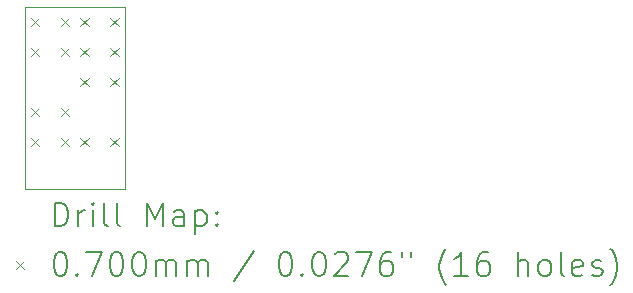
<source format=gbr>
%TF.GenerationSoftware,KiCad,Pcbnew,7.0.9*%
%TF.CreationDate,2024-03-09T17:06:50+01:00*%
%TF.ProjectId,signaux,7369676e-6175-4782-9e6b-696361645f70,rev?*%
%TF.SameCoordinates,Original*%
%TF.FileFunction,Drillmap*%
%TF.FilePolarity,Positive*%
%FSLAX45Y45*%
G04 Gerber Fmt 4.5, Leading zero omitted, Abs format (unit mm)*
G04 Created by KiCad (PCBNEW 7.0.9) date 2024-03-09 17:06:50*
%MOMM*%
%LPD*%
G01*
G04 APERTURE LIST*
%ADD10C,0.100000*%
%ADD11C,0.200000*%
G04 APERTURE END LIST*
D10*
X10274300Y-6413500D02*
X11125200Y-6413500D01*
X11125200Y-7950200D01*
X10274300Y-7950200D01*
X10274300Y-6413500D01*
D11*
D10*
X10327700Y-6759500D02*
X10397700Y-6829500D01*
X10397700Y-6759500D02*
X10327700Y-6829500D01*
X10328200Y-6505500D02*
X10398200Y-6575500D01*
X10398200Y-6505500D02*
X10328200Y-6575500D01*
X10328200Y-7267500D02*
X10398200Y-7337500D01*
X10398200Y-7267500D02*
X10328200Y-7337500D01*
X10328200Y-7521500D02*
X10398200Y-7591500D01*
X10398200Y-7521500D02*
X10328200Y-7591500D01*
X10581700Y-6759500D02*
X10651700Y-6829500D01*
X10651700Y-6759500D02*
X10581700Y-6829500D01*
X10582200Y-6505500D02*
X10652200Y-6575500D01*
X10652200Y-6505500D02*
X10582200Y-6575500D01*
X10582200Y-7267500D02*
X10652200Y-7337500D01*
X10652200Y-7267500D02*
X10582200Y-7337500D01*
X10582200Y-7521500D02*
X10652200Y-7591500D01*
X10652200Y-7521500D02*
X10582200Y-7591500D01*
X10747300Y-6505500D02*
X10817300Y-6575500D01*
X10817300Y-6505500D02*
X10747300Y-6575500D01*
X10747300Y-6759500D02*
X10817300Y-6829500D01*
X10817300Y-6759500D02*
X10747300Y-6829500D01*
X10747300Y-7013500D02*
X10817300Y-7083500D01*
X10817300Y-7013500D02*
X10747300Y-7083500D01*
X10747300Y-7521500D02*
X10817300Y-7591500D01*
X10817300Y-7521500D02*
X10747300Y-7591500D01*
X11001300Y-6505500D02*
X11071300Y-6575500D01*
X11071300Y-6505500D02*
X11001300Y-6575500D01*
X11001300Y-6759500D02*
X11071300Y-6829500D01*
X11071300Y-6759500D02*
X11001300Y-6829500D01*
X11001300Y-7013500D02*
X11071300Y-7083500D01*
X11071300Y-7013500D02*
X11001300Y-7083500D01*
X11001300Y-7521500D02*
X11071300Y-7591500D01*
X11071300Y-7521500D02*
X11001300Y-7591500D01*
D11*
X10530077Y-8266684D02*
X10530077Y-8066684D01*
X10530077Y-8066684D02*
X10577696Y-8066684D01*
X10577696Y-8066684D02*
X10606267Y-8076208D01*
X10606267Y-8076208D02*
X10625315Y-8095255D01*
X10625315Y-8095255D02*
X10634839Y-8114303D01*
X10634839Y-8114303D02*
X10644363Y-8152398D01*
X10644363Y-8152398D02*
X10644363Y-8180969D01*
X10644363Y-8180969D02*
X10634839Y-8219065D01*
X10634839Y-8219065D02*
X10625315Y-8238112D01*
X10625315Y-8238112D02*
X10606267Y-8257160D01*
X10606267Y-8257160D02*
X10577696Y-8266684D01*
X10577696Y-8266684D02*
X10530077Y-8266684D01*
X10730077Y-8266684D02*
X10730077Y-8133350D01*
X10730077Y-8171446D02*
X10739601Y-8152398D01*
X10739601Y-8152398D02*
X10749124Y-8142874D01*
X10749124Y-8142874D02*
X10768172Y-8133350D01*
X10768172Y-8133350D02*
X10787220Y-8133350D01*
X10853886Y-8266684D02*
X10853886Y-8133350D01*
X10853886Y-8066684D02*
X10844363Y-8076208D01*
X10844363Y-8076208D02*
X10853886Y-8085731D01*
X10853886Y-8085731D02*
X10863410Y-8076208D01*
X10863410Y-8076208D02*
X10853886Y-8066684D01*
X10853886Y-8066684D02*
X10853886Y-8085731D01*
X10977696Y-8266684D02*
X10958648Y-8257160D01*
X10958648Y-8257160D02*
X10949124Y-8238112D01*
X10949124Y-8238112D02*
X10949124Y-8066684D01*
X11082458Y-8266684D02*
X11063410Y-8257160D01*
X11063410Y-8257160D02*
X11053886Y-8238112D01*
X11053886Y-8238112D02*
X11053886Y-8066684D01*
X11311029Y-8266684D02*
X11311029Y-8066684D01*
X11311029Y-8066684D02*
X11377696Y-8209541D01*
X11377696Y-8209541D02*
X11444362Y-8066684D01*
X11444362Y-8066684D02*
X11444362Y-8266684D01*
X11625315Y-8266684D02*
X11625315Y-8161922D01*
X11625315Y-8161922D02*
X11615791Y-8142874D01*
X11615791Y-8142874D02*
X11596743Y-8133350D01*
X11596743Y-8133350D02*
X11558648Y-8133350D01*
X11558648Y-8133350D02*
X11539601Y-8142874D01*
X11625315Y-8257160D02*
X11606267Y-8266684D01*
X11606267Y-8266684D02*
X11558648Y-8266684D01*
X11558648Y-8266684D02*
X11539601Y-8257160D01*
X11539601Y-8257160D02*
X11530077Y-8238112D01*
X11530077Y-8238112D02*
X11530077Y-8219065D01*
X11530077Y-8219065D02*
X11539601Y-8200017D01*
X11539601Y-8200017D02*
X11558648Y-8190493D01*
X11558648Y-8190493D02*
X11606267Y-8190493D01*
X11606267Y-8190493D02*
X11625315Y-8180969D01*
X11720553Y-8133350D02*
X11720553Y-8333350D01*
X11720553Y-8142874D02*
X11739601Y-8133350D01*
X11739601Y-8133350D02*
X11777696Y-8133350D01*
X11777696Y-8133350D02*
X11796743Y-8142874D01*
X11796743Y-8142874D02*
X11806267Y-8152398D01*
X11806267Y-8152398D02*
X11815791Y-8171446D01*
X11815791Y-8171446D02*
X11815791Y-8228588D01*
X11815791Y-8228588D02*
X11806267Y-8247636D01*
X11806267Y-8247636D02*
X11796743Y-8257160D01*
X11796743Y-8257160D02*
X11777696Y-8266684D01*
X11777696Y-8266684D02*
X11739601Y-8266684D01*
X11739601Y-8266684D02*
X11720553Y-8257160D01*
X11901505Y-8247636D02*
X11911029Y-8257160D01*
X11911029Y-8257160D02*
X11901505Y-8266684D01*
X11901505Y-8266684D02*
X11891982Y-8257160D01*
X11891982Y-8257160D02*
X11901505Y-8247636D01*
X11901505Y-8247636D02*
X11901505Y-8266684D01*
X11901505Y-8142874D02*
X11911029Y-8152398D01*
X11911029Y-8152398D02*
X11901505Y-8161922D01*
X11901505Y-8161922D02*
X11891982Y-8152398D01*
X11891982Y-8152398D02*
X11901505Y-8142874D01*
X11901505Y-8142874D02*
X11901505Y-8161922D01*
D10*
X10199300Y-8560200D02*
X10269300Y-8630200D01*
X10269300Y-8560200D02*
X10199300Y-8630200D01*
D11*
X10568172Y-8486684D02*
X10587220Y-8486684D01*
X10587220Y-8486684D02*
X10606267Y-8496208D01*
X10606267Y-8496208D02*
X10615791Y-8505731D01*
X10615791Y-8505731D02*
X10625315Y-8524779D01*
X10625315Y-8524779D02*
X10634839Y-8562874D01*
X10634839Y-8562874D02*
X10634839Y-8610493D01*
X10634839Y-8610493D02*
X10625315Y-8648589D01*
X10625315Y-8648589D02*
X10615791Y-8667636D01*
X10615791Y-8667636D02*
X10606267Y-8677160D01*
X10606267Y-8677160D02*
X10587220Y-8686684D01*
X10587220Y-8686684D02*
X10568172Y-8686684D01*
X10568172Y-8686684D02*
X10549124Y-8677160D01*
X10549124Y-8677160D02*
X10539601Y-8667636D01*
X10539601Y-8667636D02*
X10530077Y-8648589D01*
X10530077Y-8648589D02*
X10520553Y-8610493D01*
X10520553Y-8610493D02*
X10520553Y-8562874D01*
X10520553Y-8562874D02*
X10530077Y-8524779D01*
X10530077Y-8524779D02*
X10539601Y-8505731D01*
X10539601Y-8505731D02*
X10549124Y-8496208D01*
X10549124Y-8496208D02*
X10568172Y-8486684D01*
X10720553Y-8667636D02*
X10730077Y-8677160D01*
X10730077Y-8677160D02*
X10720553Y-8686684D01*
X10720553Y-8686684D02*
X10711029Y-8677160D01*
X10711029Y-8677160D02*
X10720553Y-8667636D01*
X10720553Y-8667636D02*
X10720553Y-8686684D01*
X10796744Y-8486684D02*
X10930077Y-8486684D01*
X10930077Y-8486684D02*
X10844363Y-8686684D01*
X11044363Y-8486684D02*
X11063410Y-8486684D01*
X11063410Y-8486684D02*
X11082458Y-8496208D01*
X11082458Y-8496208D02*
X11091982Y-8505731D01*
X11091982Y-8505731D02*
X11101505Y-8524779D01*
X11101505Y-8524779D02*
X11111029Y-8562874D01*
X11111029Y-8562874D02*
X11111029Y-8610493D01*
X11111029Y-8610493D02*
X11101505Y-8648589D01*
X11101505Y-8648589D02*
X11091982Y-8667636D01*
X11091982Y-8667636D02*
X11082458Y-8677160D01*
X11082458Y-8677160D02*
X11063410Y-8686684D01*
X11063410Y-8686684D02*
X11044363Y-8686684D01*
X11044363Y-8686684D02*
X11025315Y-8677160D01*
X11025315Y-8677160D02*
X11015791Y-8667636D01*
X11015791Y-8667636D02*
X11006267Y-8648589D01*
X11006267Y-8648589D02*
X10996744Y-8610493D01*
X10996744Y-8610493D02*
X10996744Y-8562874D01*
X10996744Y-8562874D02*
X11006267Y-8524779D01*
X11006267Y-8524779D02*
X11015791Y-8505731D01*
X11015791Y-8505731D02*
X11025315Y-8496208D01*
X11025315Y-8496208D02*
X11044363Y-8486684D01*
X11234839Y-8486684D02*
X11253886Y-8486684D01*
X11253886Y-8486684D02*
X11272934Y-8496208D01*
X11272934Y-8496208D02*
X11282458Y-8505731D01*
X11282458Y-8505731D02*
X11291982Y-8524779D01*
X11291982Y-8524779D02*
X11301505Y-8562874D01*
X11301505Y-8562874D02*
X11301505Y-8610493D01*
X11301505Y-8610493D02*
X11291982Y-8648589D01*
X11291982Y-8648589D02*
X11282458Y-8667636D01*
X11282458Y-8667636D02*
X11272934Y-8677160D01*
X11272934Y-8677160D02*
X11253886Y-8686684D01*
X11253886Y-8686684D02*
X11234839Y-8686684D01*
X11234839Y-8686684D02*
X11215791Y-8677160D01*
X11215791Y-8677160D02*
X11206267Y-8667636D01*
X11206267Y-8667636D02*
X11196743Y-8648589D01*
X11196743Y-8648589D02*
X11187220Y-8610493D01*
X11187220Y-8610493D02*
X11187220Y-8562874D01*
X11187220Y-8562874D02*
X11196743Y-8524779D01*
X11196743Y-8524779D02*
X11206267Y-8505731D01*
X11206267Y-8505731D02*
X11215791Y-8496208D01*
X11215791Y-8496208D02*
X11234839Y-8486684D01*
X11387220Y-8686684D02*
X11387220Y-8553350D01*
X11387220Y-8572398D02*
X11396743Y-8562874D01*
X11396743Y-8562874D02*
X11415791Y-8553350D01*
X11415791Y-8553350D02*
X11444363Y-8553350D01*
X11444363Y-8553350D02*
X11463410Y-8562874D01*
X11463410Y-8562874D02*
X11472934Y-8581922D01*
X11472934Y-8581922D02*
X11472934Y-8686684D01*
X11472934Y-8581922D02*
X11482458Y-8562874D01*
X11482458Y-8562874D02*
X11501505Y-8553350D01*
X11501505Y-8553350D02*
X11530077Y-8553350D01*
X11530077Y-8553350D02*
X11549124Y-8562874D01*
X11549124Y-8562874D02*
X11558648Y-8581922D01*
X11558648Y-8581922D02*
X11558648Y-8686684D01*
X11653886Y-8686684D02*
X11653886Y-8553350D01*
X11653886Y-8572398D02*
X11663410Y-8562874D01*
X11663410Y-8562874D02*
X11682458Y-8553350D01*
X11682458Y-8553350D02*
X11711029Y-8553350D01*
X11711029Y-8553350D02*
X11730077Y-8562874D01*
X11730077Y-8562874D02*
X11739601Y-8581922D01*
X11739601Y-8581922D02*
X11739601Y-8686684D01*
X11739601Y-8581922D02*
X11749124Y-8562874D01*
X11749124Y-8562874D02*
X11768172Y-8553350D01*
X11768172Y-8553350D02*
X11796743Y-8553350D01*
X11796743Y-8553350D02*
X11815791Y-8562874D01*
X11815791Y-8562874D02*
X11825315Y-8581922D01*
X11825315Y-8581922D02*
X11825315Y-8686684D01*
X12215791Y-8477160D02*
X12044363Y-8734303D01*
X12472934Y-8486684D02*
X12491982Y-8486684D01*
X12491982Y-8486684D02*
X12511029Y-8496208D01*
X12511029Y-8496208D02*
X12520553Y-8505731D01*
X12520553Y-8505731D02*
X12530077Y-8524779D01*
X12530077Y-8524779D02*
X12539601Y-8562874D01*
X12539601Y-8562874D02*
X12539601Y-8610493D01*
X12539601Y-8610493D02*
X12530077Y-8648589D01*
X12530077Y-8648589D02*
X12520553Y-8667636D01*
X12520553Y-8667636D02*
X12511029Y-8677160D01*
X12511029Y-8677160D02*
X12491982Y-8686684D01*
X12491982Y-8686684D02*
X12472934Y-8686684D01*
X12472934Y-8686684D02*
X12453886Y-8677160D01*
X12453886Y-8677160D02*
X12444363Y-8667636D01*
X12444363Y-8667636D02*
X12434839Y-8648589D01*
X12434839Y-8648589D02*
X12425315Y-8610493D01*
X12425315Y-8610493D02*
X12425315Y-8562874D01*
X12425315Y-8562874D02*
X12434839Y-8524779D01*
X12434839Y-8524779D02*
X12444363Y-8505731D01*
X12444363Y-8505731D02*
X12453886Y-8496208D01*
X12453886Y-8496208D02*
X12472934Y-8486684D01*
X12625315Y-8667636D02*
X12634839Y-8677160D01*
X12634839Y-8677160D02*
X12625315Y-8686684D01*
X12625315Y-8686684D02*
X12615791Y-8677160D01*
X12615791Y-8677160D02*
X12625315Y-8667636D01*
X12625315Y-8667636D02*
X12625315Y-8686684D01*
X12758648Y-8486684D02*
X12777696Y-8486684D01*
X12777696Y-8486684D02*
X12796744Y-8496208D01*
X12796744Y-8496208D02*
X12806267Y-8505731D01*
X12806267Y-8505731D02*
X12815791Y-8524779D01*
X12815791Y-8524779D02*
X12825315Y-8562874D01*
X12825315Y-8562874D02*
X12825315Y-8610493D01*
X12825315Y-8610493D02*
X12815791Y-8648589D01*
X12815791Y-8648589D02*
X12806267Y-8667636D01*
X12806267Y-8667636D02*
X12796744Y-8677160D01*
X12796744Y-8677160D02*
X12777696Y-8686684D01*
X12777696Y-8686684D02*
X12758648Y-8686684D01*
X12758648Y-8686684D02*
X12739601Y-8677160D01*
X12739601Y-8677160D02*
X12730077Y-8667636D01*
X12730077Y-8667636D02*
X12720553Y-8648589D01*
X12720553Y-8648589D02*
X12711029Y-8610493D01*
X12711029Y-8610493D02*
X12711029Y-8562874D01*
X12711029Y-8562874D02*
X12720553Y-8524779D01*
X12720553Y-8524779D02*
X12730077Y-8505731D01*
X12730077Y-8505731D02*
X12739601Y-8496208D01*
X12739601Y-8496208D02*
X12758648Y-8486684D01*
X12901506Y-8505731D02*
X12911029Y-8496208D01*
X12911029Y-8496208D02*
X12930077Y-8486684D01*
X12930077Y-8486684D02*
X12977696Y-8486684D01*
X12977696Y-8486684D02*
X12996744Y-8496208D01*
X12996744Y-8496208D02*
X13006267Y-8505731D01*
X13006267Y-8505731D02*
X13015791Y-8524779D01*
X13015791Y-8524779D02*
X13015791Y-8543827D01*
X13015791Y-8543827D02*
X13006267Y-8572398D01*
X13006267Y-8572398D02*
X12891982Y-8686684D01*
X12891982Y-8686684D02*
X13015791Y-8686684D01*
X13082458Y-8486684D02*
X13215791Y-8486684D01*
X13215791Y-8486684D02*
X13130077Y-8686684D01*
X13377696Y-8486684D02*
X13339601Y-8486684D01*
X13339601Y-8486684D02*
X13320553Y-8496208D01*
X13320553Y-8496208D02*
X13311029Y-8505731D01*
X13311029Y-8505731D02*
X13291982Y-8534303D01*
X13291982Y-8534303D02*
X13282458Y-8572398D01*
X13282458Y-8572398D02*
X13282458Y-8648589D01*
X13282458Y-8648589D02*
X13291982Y-8667636D01*
X13291982Y-8667636D02*
X13301506Y-8677160D01*
X13301506Y-8677160D02*
X13320553Y-8686684D01*
X13320553Y-8686684D02*
X13358648Y-8686684D01*
X13358648Y-8686684D02*
X13377696Y-8677160D01*
X13377696Y-8677160D02*
X13387220Y-8667636D01*
X13387220Y-8667636D02*
X13396744Y-8648589D01*
X13396744Y-8648589D02*
X13396744Y-8600970D01*
X13396744Y-8600970D02*
X13387220Y-8581922D01*
X13387220Y-8581922D02*
X13377696Y-8572398D01*
X13377696Y-8572398D02*
X13358648Y-8562874D01*
X13358648Y-8562874D02*
X13320553Y-8562874D01*
X13320553Y-8562874D02*
X13301506Y-8572398D01*
X13301506Y-8572398D02*
X13291982Y-8581922D01*
X13291982Y-8581922D02*
X13282458Y-8600970D01*
X13472934Y-8486684D02*
X13472934Y-8524779D01*
X13549125Y-8486684D02*
X13549125Y-8524779D01*
X13844363Y-8762874D02*
X13834839Y-8753350D01*
X13834839Y-8753350D02*
X13815791Y-8724779D01*
X13815791Y-8724779D02*
X13806268Y-8705731D01*
X13806268Y-8705731D02*
X13796744Y-8677160D01*
X13796744Y-8677160D02*
X13787220Y-8629541D01*
X13787220Y-8629541D02*
X13787220Y-8591446D01*
X13787220Y-8591446D02*
X13796744Y-8543827D01*
X13796744Y-8543827D02*
X13806268Y-8515255D01*
X13806268Y-8515255D02*
X13815791Y-8496208D01*
X13815791Y-8496208D02*
X13834839Y-8467636D01*
X13834839Y-8467636D02*
X13844363Y-8458112D01*
X14025315Y-8686684D02*
X13911029Y-8686684D01*
X13968172Y-8686684D02*
X13968172Y-8486684D01*
X13968172Y-8486684D02*
X13949125Y-8515255D01*
X13949125Y-8515255D02*
X13930077Y-8534303D01*
X13930077Y-8534303D02*
X13911029Y-8543827D01*
X14196744Y-8486684D02*
X14158648Y-8486684D01*
X14158648Y-8486684D02*
X14139601Y-8496208D01*
X14139601Y-8496208D02*
X14130077Y-8505731D01*
X14130077Y-8505731D02*
X14111029Y-8534303D01*
X14111029Y-8534303D02*
X14101506Y-8572398D01*
X14101506Y-8572398D02*
X14101506Y-8648589D01*
X14101506Y-8648589D02*
X14111029Y-8667636D01*
X14111029Y-8667636D02*
X14120553Y-8677160D01*
X14120553Y-8677160D02*
X14139601Y-8686684D01*
X14139601Y-8686684D02*
X14177696Y-8686684D01*
X14177696Y-8686684D02*
X14196744Y-8677160D01*
X14196744Y-8677160D02*
X14206268Y-8667636D01*
X14206268Y-8667636D02*
X14215791Y-8648589D01*
X14215791Y-8648589D02*
X14215791Y-8600970D01*
X14215791Y-8600970D02*
X14206268Y-8581922D01*
X14206268Y-8581922D02*
X14196744Y-8572398D01*
X14196744Y-8572398D02*
X14177696Y-8562874D01*
X14177696Y-8562874D02*
X14139601Y-8562874D01*
X14139601Y-8562874D02*
X14120553Y-8572398D01*
X14120553Y-8572398D02*
X14111029Y-8581922D01*
X14111029Y-8581922D02*
X14101506Y-8600970D01*
X14453887Y-8686684D02*
X14453887Y-8486684D01*
X14539601Y-8686684D02*
X14539601Y-8581922D01*
X14539601Y-8581922D02*
X14530077Y-8562874D01*
X14530077Y-8562874D02*
X14511030Y-8553350D01*
X14511030Y-8553350D02*
X14482458Y-8553350D01*
X14482458Y-8553350D02*
X14463410Y-8562874D01*
X14463410Y-8562874D02*
X14453887Y-8572398D01*
X14663410Y-8686684D02*
X14644363Y-8677160D01*
X14644363Y-8677160D02*
X14634839Y-8667636D01*
X14634839Y-8667636D02*
X14625315Y-8648589D01*
X14625315Y-8648589D02*
X14625315Y-8591446D01*
X14625315Y-8591446D02*
X14634839Y-8572398D01*
X14634839Y-8572398D02*
X14644363Y-8562874D01*
X14644363Y-8562874D02*
X14663410Y-8553350D01*
X14663410Y-8553350D02*
X14691982Y-8553350D01*
X14691982Y-8553350D02*
X14711030Y-8562874D01*
X14711030Y-8562874D02*
X14720553Y-8572398D01*
X14720553Y-8572398D02*
X14730077Y-8591446D01*
X14730077Y-8591446D02*
X14730077Y-8648589D01*
X14730077Y-8648589D02*
X14720553Y-8667636D01*
X14720553Y-8667636D02*
X14711030Y-8677160D01*
X14711030Y-8677160D02*
X14691982Y-8686684D01*
X14691982Y-8686684D02*
X14663410Y-8686684D01*
X14844363Y-8686684D02*
X14825315Y-8677160D01*
X14825315Y-8677160D02*
X14815791Y-8658112D01*
X14815791Y-8658112D02*
X14815791Y-8486684D01*
X14996744Y-8677160D02*
X14977696Y-8686684D01*
X14977696Y-8686684D02*
X14939601Y-8686684D01*
X14939601Y-8686684D02*
X14920553Y-8677160D01*
X14920553Y-8677160D02*
X14911030Y-8658112D01*
X14911030Y-8658112D02*
X14911030Y-8581922D01*
X14911030Y-8581922D02*
X14920553Y-8562874D01*
X14920553Y-8562874D02*
X14939601Y-8553350D01*
X14939601Y-8553350D02*
X14977696Y-8553350D01*
X14977696Y-8553350D02*
X14996744Y-8562874D01*
X14996744Y-8562874D02*
X15006268Y-8581922D01*
X15006268Y-8581922D02*
X15006268Y-8600970D01*
X15006268Y-8600970D02*
X14911030Y-8620017D01*
X15082458Y-8677160D02*
X15101506Y-8686684D01*
X15101506Y-8686684D02*
X15139601Y-8686684D01*
X15139601Y-8686684D02*
X15158649Y-8677160D01*
X15158649Y-8677160D02*
X15168172Y-8658112D01*
X15168172Y-8658112D02*
X15168172Y-8648589D01*
X15168172Y-8648589D02*
X15158649Y-8629541D01*
X15158649Y-8629541D02*
X15139601Y-8620017D01*
X15139601Y-8620017D02*
X15111030Y-8620017D01*
X15111030Y-8620017D02*
X15091982Y-8610493D01*
X15091982Y-8610493D02*
X15082458Y-8591446D01*
X15082458Y-8591446D02*
X15082458Y-8581922D01*
X15082458Y-8581922D02*
X15091982Y-8562874D01*
X15091982Y-8562874D02*
X15111030Y-8553350D01*
X15111030Y-8553350D02*
X15139601Y-8553350D01*
X15139601Y-8553350D02*
X15158649Y-8562874D01*
X15234839Y-8762874D02*
X15244363Y-8753350D01*
X15244363Y-8753350D02*
X15263411Y-8724779D01*
X15263411Y-8724779D02*
X15272934Y-8705731D01*
X15272934Y-8705731D02*
X15282458Y-8677160D01*
X15282458Y-8677160D02*
X15291982Y-8629541D01*
X15291982Y-8629541D02*
X15291982Y-8591446D01*
X15291982Y-8591446D02*
X15282458Y-8543827D01*
X15282458Y-8543827D02*
X15272934Y-8515255D01*
X15272934Y-8515255D02*
X15263411Y-8496208D01*
X15263411Y-8496208D02*
X15244363Y-8467636D01*
X15244363Y-8467636D02*
X15234839Y-8458112D01*
M02*

</source>
